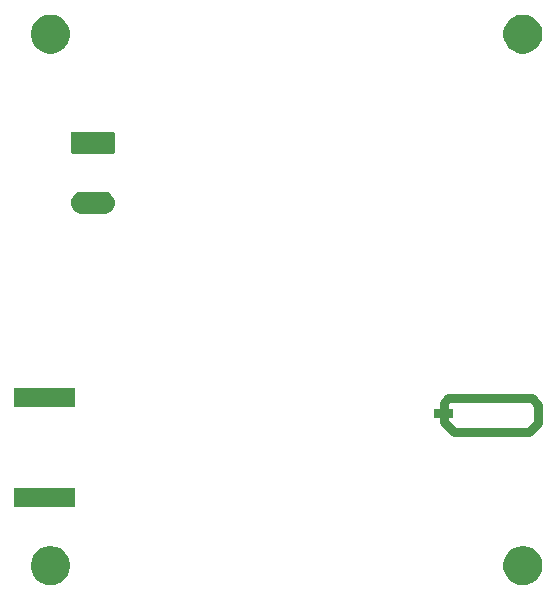
<source format=gbr>
G04 #@! TF.GenerationSoftware,KiCad,Pcbnew,5.1.2-1.fc30*
G04 #@! TF.CreationDate,2019-06-07T11:55:58+09:00*
G04 #@! TF.ProjectId,ltc6268_tia,6c746336-3236-4385-9f74-69612e6b6963,rev?*
G04 #@! TF.SameCoordinates,Original*
G04 #@! TF.FileFunction,Soldermask,Bot*
G04 #@! TF.FilePolarity,Negative*
%FSLAX46Y46*%
G04 Gerber Fmt 4.6, Leading zero omitted, Abs format (unit mm)*
G04 Created by KiCad (PCBNEW 5.1.2-1.fc30) date 2019-06-07 11:55:58*
%MOMM*%
%LPD*%
G04 APERTURE LIST*
%ADD10C,0.800000*%
%ADD11C,0.100000*%
G04 APERTURE END LIST*
D10*
X105750000Y-60850000D02*
X103150000Y-60850000D01*
X106300000Y-61400000D02*
X105750000Y-60850000D01*
X106300000Y-62950000D02*
X106300000Y-61400000D01*
X105550000Y-63700000D02*
X106300000Y-62950000D01*
X103000000Y-63700000D02*
X105550000Y-63700000D01*
X98300000Y-61200000D02*
X98650000Y-60850000D01*
X98300000Y-62800000D02*
X98300000Y-61200000D01*
X99200000Y-63700000D02*
X98300000Y-62800000D01*
X103000000Y-63700000D02*
X99200000Y-63700000D01*
X98650000Y-60850000D02*
X103150000Y-60850000D01*
D11*
G36*
X65375256Y-73391298D02*
G01*
X65481579Y-73412447D01*
X65782042Y-73536903D01*
X66052451Y-73717585D01*
X66282415Y-73947549D01*
X66463097Y-74217958D01*
X66587553Y-74518421D01*
X66651000Y-74837391D01*
X66651000Y-75162609D01*
X66587553Y-75481579D01*
X66463097Y-75782042D01*
X66282415Y-76052451D01*
X66052451Y-76282415D01*
X65782042Y-76463097D01*
X65481579Y-76587553D01*
X65375256Y-76608702D01*
X65162611Y-76651000D01*
X64837389Y-76651000D01*
X64624744Y-76608702D01*
X64518421Y-76587553D01*
X64217958Y-76463097D01*
X63947549Y-76282415D01*
X63717585Y-76052451D01*
X63536903Y-75782042D01*
X63412447Y-75481579D01*
X63349000Y-75162609D01*
X63349000Y-74837391D01*
X63412447Y-74518421D01*
X63536903Y-74217958D01*
X63717585Y-73947549D01*
X63947549Y-73717585D01*
X64217958Y-73536903D01*
X64518421Y-73412447D01*
X64624744Y-73391298D01*
X64837389Y-73349000D01*
X65162611Y-73349000D01*
X65375256Y-73391298D01*
X65375256Y-73391298D01*
G37*
G36*
X105375256Y-73391298D02*
G01*
X105481579Y-73412447D01*
X105782042Y-73536903D01*
X106052451Y-73717585D01*
X106282415Y-73947549D01*
X106463097Y-74217958D01*
X106587553Y-74518421D01*
X106651000Y-74837391D01*
X106651000Y-75162609D01*
X106587553Y-75481579D01*
X106463097Y-75782042D01*
X106282415Y-76052451D01*
X106052451Y-76282415D01*
X105782042Y-76463097D01*
X105481579Y-76587553D01*
X105375256Y-76608702D01*
X105162611Y-76651000D01*
X104837389Y-76651000D01*
X104624744Y-76608702D01*
X104518421Y-76587553D01*
X104217958Y-76463097D01*
X103947549Y-76282415D01*
X103717585Y-76052451D01*
X103536903Y-75782042D01*
X103412447Y-75481579D01*
X103349000Y-75162609D01*
X103349000Y-74837391D01*
X103412447Y-74518421D01*
X103536903Y-74217958D01*
X103717585Y-73947549D01*
X103947549Y-73717585D01*
X104217958Y-73536903D01*
X104518421Y-73412447D01*
X104624744Y-73391298D01*
X104837389Y-73349000D01*
X105162611Y-73349000D01*
X105375256Y-73391298D01*
X105375256Y-73391298D01*
G37*
G36*
X67091000Y-70051000D02*
G01*
X61909000Y-70051000D01*
X61909000Y-68449000D01*
X67091000Y-68449000D01*
X67091000Y-70051000D01*
X67091000Y-70051000D01*
G37*
G36*
X98071938Y-61731716D02*
G01*
X98092557Y-61737971D01*
X98111553Y-61748124D01*
X98128208Y-61761792D01*
X98141876Y-61778447D01*
X98152029Y-61797443D01*
X98158284Y-61818062D01*
X98161000Y-61845640D01*
X98161000Y-62354360D01*
X98158284Y-62381938D01*
X98152029Y-62402557D01*
X98141876Y-62421553D01*
X98128208Y-62438208D01*
X98111553Y-62451876D01*
X98092557Y-62462029D01*
X98071938Y-62468284D01*
X98044360Y-62471000D01*
X97585640Y-62471000D01*
X97558062Y-62468284D01*
X97537443Y-62462029D01*
X97518447Y-62451876D01*
X97501792Y-62438208D01*
X97488124Y-62421553D01*
X97477971Y-62402557D01*
X97471716Y-62381938D01*
X97469000Y-62354360D01*
X97469000Y-61845640D01*
X97471716Y-61818062D01*
X97477971Y-61797443D01*
X97488124Y-61778447D01*
X97501792Y-61761792D01*
X97518447Y-61748124D01*
X97537443Y-61737971D01*
X97558062Y-61731716D01*
X97585640Y-61729000D01*
X98044360Y-61729000D01*
X98071938Y-61731716D01*
X98071938Y-61731716D01*
G37*
G36*
X99041938Y-61731716D02*
G01*
X99062557Y-61737971D01*
X99081553Y-61748124D01*
X99098208Y-61761792D01*
X99111876Y-61778447D01*
X99122029Y-61797443D01*
X99128284Y-61818062D01*
X99131000Y-61845640D01*
X99131000Y-62354360D01*
X99128284Y-62381938D01*
X99122029Y-62402557D01*
X99111876Y-62421553D01*
X99098208Y-62438208D01*
X99081553Y-62451876D01*
X99062557Y-62462029D01*
X99041938Y-62468284D01*
X99014360Y-62471000D01*
X98555640Y-62471000D01*
X98528062Y-62468284D01*
X98507443Y-62462029D01*
X98488447Y-62451876D01*
X98471792Y-62438208D01*
X98458124Y-62421553D01*
X98447971Y-62402557D01*
X98441716Y-62381938D01*
X98439000Y-62354360D01*
X98439000Y-61845640D01*
X98441716Y-61818062D01*
X98447971Y-61797443D01*
X98458124Y-61778447D01*
X98471792Y-61761792D01*
X98488447Y-61748124D01*
X98507443Y-61737971D01*
X98528062Y-61731716D01*
X98555640Y-61729000D01*
X99014360Y-61729000D01*
X99041938Y-61731716D01*
X99041938Y-61731716D01*
G37*
G36*
X67091000Y-61551000D02*
G01*
X61909000Y-61551000D01*
X61909000Y-59949000D01*
X67091000Y-59949000D01*
X67091000Y-61551000D01*
X67091000Y-61551000D01*
G37*
G36*
X69686425Y-43342760D02*
G01*
X69686428Y-43342761D01*
X69686429Y-43342761D01*
X69865693Y-43397140D01*
X69865696Y-43397142D01*
X69865697Y-43397142D01*
X70030903Y-43485446D01*
X70175712Y-43604288D01*
X70294554Y-43749097D01*
X70382858Y-43914303D01*
X70382860Y-43914307D01*
X70437239Y-44093571D01*
X70437240Y-44093575D01*
X70455601Y-44280000D01*
X70437240Y-44466425D01*
X70437239Y-44466428D01*
X70437239Y-44466429D01*
X70382860Y-44645693D01*
X70382858Y-44645696D01*
X70382858Y-44645697D01*
X70294554Y-44810903D01*
X70175712Y-44955712D01*
X70030903Y-45074554D01*
X69865697Y-45162858D01*
X69865693Y-45162860D01*
X69686429Y-45217239D01*
X69686428Y-45217239D01*
X69686425Y-45217240D01*
X69546718Y-45231000D01*
X67653282Y-45231000D01*
X67513575Y-45217240D01*
X67513572Y-45217239D01*
X67513571Y-45217239D01*
X67334307Y-45162860D01*
X67334303Y-45162858D01*
X67169097Y-45074554D01*
X67024288Y-44955712D01*
X66905446Y-44810903D01*
X66817142Y-44645697D01*
X66817142Y-44645696D01*
X66817140Y-44645693D01*
X66762761Y-44466429D01*
X66762761Y-44466428D01*
X66762760Y-44466425D01*
X66744399Y-44280000D01*
X66762760Y-44093575D01*
X66762761Y-44093571D01*
X66817140Y-43914307D01*
X66817142Y-43914303D01*
X66905446Y-43749097D01*
X67024288Y-43604288D01*
X67169097Y-43485446D01*
X67334303Y-43397142D01*
X67334304Y-43397142D01*
X67334307Y-43397140D01*
X67513571Y-43342761D01*
X67513572Y-43342761D01*
X67513575Y-43342760D01*
X67653282Y-43329000D01*
X69546718Y-43329000D01*
X69686425Y-43342760D01*
X69686425Y-43342760D01*
G37*
G36*
X70310915Y-38252934D02*
G01*
X70343424Y-38262795D01*
X70373382Y-38278809D01*
X70399641Y-38300359D01*
X70421191Y-38326618D01*
X70437205Y-38356576D01*
X70447066Y-38389085D01*
X70451000Y-38429029D01*
X70451000Y-39970971D01*
X70447066Y-40010915D01*
X70437205Y-40043424D01*
X70421191Y-40073382D01*
X70399641Y-40099641D01*
X70373382Y-40121191D01*
X70343424Y-40137205D01*
X70310915Y-40147066D01*
X70270971Y-40151000D01*
X66929029Y-40151000D01*
X66889085Y-40147066D01*
X66856576Y-40137205D01*
X66826618Y-40121191D01*
X66800359Y-40099641D01*
X66778809Y-40073382D01*
X66762795Y-40043424D01*
X66752934Y-40010915D01*
X66749000Y-39970971D01*
X66749000Y-38429029D01*
X66752934Y-38389085D01*
X66762795Y-38356576D01*
X66778809Y-38326618D01*
X66800359Y-38300359D01*
X66826618Y-38278809D01*
X66856576Y-38262795D01*
X66889085Y-38252934D01*
X66929029Y-38249000D01*
X70270971Y-38249000D01*
X70310915Y-38252934D01*
X70310915Y-38252934D01*
G37*
G36*
X65375256Y-28391298D02*
G01*
X65481579Y-28412447D01*
X65782042Y-28536903D01*
X66052451Y-28717585D01*
X66282415Y-28947549D01*
X66463097Y-29217958D01*
X66587553Y-29518421D01*
X66651000Y-29837391D01*
X66651000Y-30162609D01*
X66587553Y-30481579D01*
X66463097Y-30782042D01*
X66282415Y-31052451D01*
X66052451Y-31282415D01*
X65782042Y-31463097D01*
X65481579Y-31587553D01*
X65375256Y-31608702D01*
X65162611Y-31651000D01*
X64837389Y-31651000D01*
X64624744Y-31608702D01*
X64518421Y-31587553D01*
X64217958Y-31463097D01*
X63947549Y-31282415D01*
X63717585Y-31052451D01*
X63536903Y-30782042D01*
X63412447Y-30481579D01*
X63349000Y-30162609D01*
X63349000Y-29837391D01*
X63412447Y-29518421D01*
X63536903Y-29217958D01*
X63717585Y-28947549D01*
X63947549Y-28717585D01*
X64217958Y-28536903D01*
X64518421Y-28412447D01*
X64624744Y-28391298D01*
X64837389Y-28349000D01*
X65162611Y-28349000D01*
X65375256Y-28391298D01*
X65375256Y-28391298D01*
G37*
G36*
X105375256Y-28391298D02*
G01*
X105481579Y-28412447D01*
X105782042Y-28536903D01*
X106052451Y-28717585D01*
X106282415Y-28947549D01*
X106463097Y-29217958D01*
X106587553Y-29518421D01*
X106651000Y-29837391D01*
X106651000Y-30162609D01*
X106587553Y-30481579D01*
X106463097Y-30782042D01*
X106282415Y-31052451D01*
X106052451Y-31282415D01*
X105782042Y-31463097D01*
X105481579Y-31587553D01*
X105375256Y-31608702D01*
X105162611Y-31651000D01*
X104837389Y-31651000D01*
X104624744Y-31608702D01*
X104518421Y-31587553D01*
X104217958Y-31463097D01*
X103947549Y-31282415D01*
X103717585Y-31052451D01*
X103536903Y-30782042D01*
X103412447Y-30481579D01*
X103349000Y-30162609D01*
X103349000Y-29837391D01*
X103412447Y-29518421D01*
X103536903Y-29217958D01*
X103717585Y-28947549D01*
X103947549Y-28717585D01*
X104217958Y-28536903D01*
X104518421Y-28412447D01*
X104624744Y-28391298D01*
X104837389Y-28349000D01*
X105162611Y-28349000D01*
X105375256Y-28391298D01*
X105375256Y-28391298D01*
G37*
M02*

</source>
